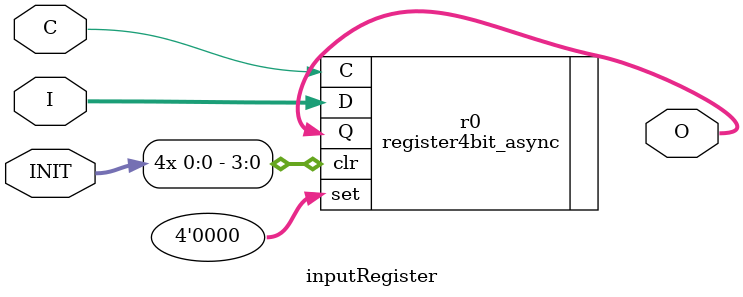
<source format=v>
`timescale 1ns / 1ps
module inputRegister(
	input [3:0] I,
	input C,
	input INIT,
	output [3:0] O
    );
	 
	 register4bit_async r0(.D(I), .C(C), .set(4'b0), .clr({INIT, INIT, INIT, INIT}), .Q(O));

endmodule

</source>
